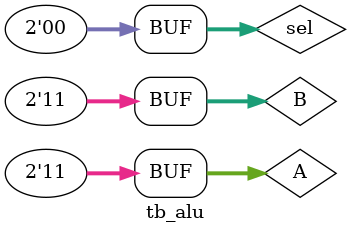
<source format=v>
/*--  *******************************************************
--  Computer Architecture Course, Laboratory Sources 
--  Amirkabir University of Technology (Tehran Polytechnic)
--  Department of Computer Engineering (CE-AUT)
--  https://ce[dot]aut[dot]ac[dot]ir
--  *******************************************************
--  All Rights reserved (C) 2019-2020
--  *******************************************************
--  Student ID  : 
--  Student Name: 
--  Student Mail: 
--  *******************************************************
--  Additional Comments:
--
--*/

/*-----------------------------------------------------------
---  Module Name: Decoder Testbench
---  Description: Lab 05 Part 1 Testbench
-----------------------------------------------------------*/
`timescale 1 ns/1 ns


module tb_alu ();


reg [1:0] A;
reg [1:0] B;
reg [1:0] sel;
wire [3:0] Y;

	alu test_alu (.A(A), .B(B), .sel(sel), .Y(Y));

	initial 
		begin
		A <= 2'b00;
		B <= 2'b00;
		sel <= 2'b00;
		# 10;
			
		A <= 2'b00;
		B <= 2'b01;
		sel <= 2'b00;
		# 10;
			
		A <= 2'b01;
		B <= 2'b00;
		sel <= 2'b00;
		# 10;
			
		A <= 2'b01;
		B <= 2'b01;
		sel <= 2'b00;
		# 10;
			
		A <= 2'b00;
		B <= 2'b10;
		sel <= 2'b00;
		# 10;
			
		A <= 2'b00;
		B <= 2'b11;
		sel <= 2'b00;
		# 10;
			
		A <= 2'b01;
		B <= 2'b10;
		sel <= 2'b00;
		# 10;
			
		A <= 2'b01;
		B <= 2'b11;
		sel <= 2'b00;
		# 10;
			
		A <= 2'b10;
		B <= 2'b00;
		sel <= 2'b00;
		# 10;
			
		A <= 2'b10;
		B <= 2'b01;
		sel <= 2'b00;
		# 10;
			
		A <= 2'b11;
		B <= 2'b00;
		sel <= 2'b00;
		# 10;

		A <= 2'b11;
		B <= 2'b01;
		sel <= 2'b00;
		# 10;
			
		A <= 2'b10;
		B <= 2'b10;
		sel <= 2'b00;
		# 10;

		A <= 2'b10;
		B <= 2'b11;
		sel <= 2'b00;
		# 10;
			
		A <= 2'b11;
		B <= 2'b10;
		sel <= 2'b00;
		# 10;
			
		A <= 2'b11;
		B <= 2'b11;
		sel <= 2'b00;
		# 10;
	end

endmodule

</source>
